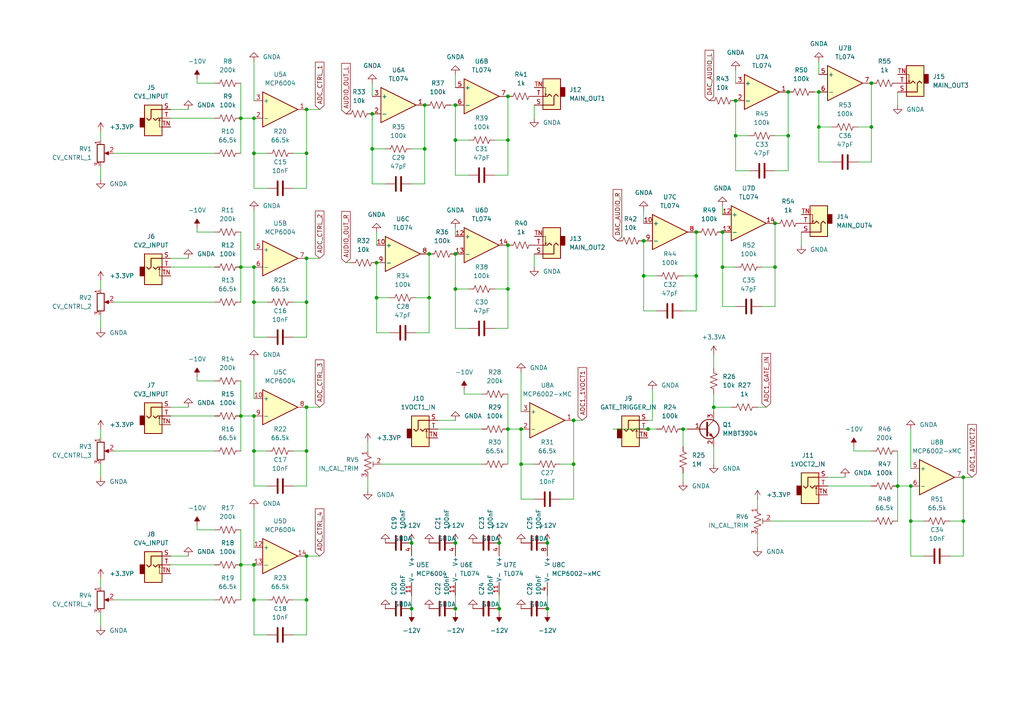
<source format=kicad_sch>
(kicad_sch (version 20211123) (generator eeschema)
  (paper "A4")
  (junction (at 73.66 173.99))
  (junction (at 88.9 87.63))
  (junction (at 198.12 124.46))
  (junction (at 88.9 130.81))
  (junction (at 186.69 69.85))
  (junction (at 88.9 74.93))
  (junction (at 147.32 40.64))
  (junction (at 73.66 34.29))
  (junction (at 186.69 80.01))
  (junction (at 147.32 71.12))
  (junction (at 107.95 43.18))
  (junction (at 260.35 140.97))
  (junction (at 69.85 77.47))
  (junction (at 88.9 118.11))
  (junction (at 264.16 140.97))
  (junction (at 73.66 44.45))
  (junction (at 88.9 161.29))
  (junction (at 88.9 173.99))
  (junction (at 132.08 73.66))
  (junction (at 132.08 176.53))
  (junction (at 237.49 26.67))
  (junction (at 147.32 124.46))
  (junction (at 69.85 163.83))
  (junction (at 279.4 138.43))
  (junction (at 132.08 40.64))
  (junction (at 119.38 157.48))
  (junction (at 158.75 176.53))
  (junction (at 132.08 83.82))
  (junction (at 147.32 27.94))
  (junction (at 209.55 77.47))
  (junction (at 73.66 77.47))
  (junction (at 201.93 67.31))
  (junction (at 237.49 36.83))
  (junction (at 158.75 157.48))
  (junction (at 264.16 151.13))
  (junction (at 132.08 30.48))
  (junction (at 144.78 176.53))
  (junction (at 123.19 30.48))
  (junction (at 147.32 83.82))
  (junction (at 69.85 120.65))
  (junction (at 73.66 87.63))
  (junction (at 73.66 163.83))
  (junction (at 88.9 31.75))
  (junction (at 213.36 29.21))
  (junction (at 124.46 73.66))
  (junction (at 88.9 44.45))
  (junction (at 166.37 134.62))
  (junction (at 252.73 36.83))
  (junction (at 213.36 39.37))
  (junction (at 124.46 86.36))
  (junction (at 209.55 67.31))
  (junction (at 107.95 33.02))
  (junction (at 228.6 26.67))
  (junction (at 224.79 77.47))
  (junction (at 144.78 157.48))
  (junction (at 151.13 134.62))
  (junction (at 224.79 64.77))
  (junction (at 279.4 151.13))
  (junction (at 73.66 130.81))
  (junction (at 123.19 43.18))
  (junction (at 201.93 80.01))
  (junction (at 166.37 121.92))
  (junction (at 109.22 76.2))
  (junction (at 187.96 124.46))
  (junction (at 151.13 124.46))
  (junction (at 228.6 39.37))
  (junction (at 119.38 176.53))
  (junction (at 132.08 157.48))
  (junction (at 109.22 86.36))
  (junction (at 73.66 120.65))
  (junction (at 69.85 34.29))
  (junction (at 252.73 24.13))
  (junction (at 207.01 118.11))
  (wire (pts (xy 147.32 50.8) (xy 147.32 40.64)))
  (wire (pts (xy 85.09 184.15) (xy 88.9 184.15)))
  (wire (pts (xy 77.47 140.97) (xy 73.66 140.97)))
  (wire (pts (xy 77.47 173.99) (xy 73.66 173.99)))
  (wire (pts (xy 130.81 30.48) (xy 132.08 30.48)))
  (wire (pts (xy 49.53 74.93) (xy 54.61 74.93)))
  (wire (pts (xy 77.47 97.79) (xy 73.66 97.79)))
  (wire (pts (xy 267.97 161.29) (xy 264.16 161.29)))
  (wire (pts (xy 147.32 40.64) (xy 147.32 27.94)))
  (wire (pts (xy 267.97 151.13) (xy 264.16 151.13)))
  (wire (pts (xy 219.71 144.78) (xy 219.71 147.32)))
  (wire (pts (xy 143.51 40.64) (xy 147.32 40.64)))
  (wire (pts (xy 186.69 60.96) (xy 186.69 64.77)))
  (wire (pts (xy 154.94 73.66) (xy 154.94 77.47)))
  (wire (pts (xy 237.49 46.99) (xy 237.49 36.83)))
  (wire (pts (xy 252.73 36.83) (xy 252.73 24.13)))
  (wire (pts (xy 240.03 140.97) (xy 252.73 140.97)))
  (wire (pts (xy 85.09 44.45) (xy 88.9 44.45)))
  (wire (pts (xy 199.39 124.46) (xy 198.12 124.46)))
  (wire (pts (xy 241.3 46.99) (xy 237.49 46.99)))
  (wire (pts (xy 236.22 26.67) (xy 237.49 26.67)))
  (wire (pts (xy 147.32 124.46) (xy 147.32 134.62)))
  (wire (pts (xy 88.9 97.79) (xy 88.9 87.63)))
  (wire (pts (xy 166.37 134.62) (xy 166.37 121.92)))
  (wire (pts (xy 132.08 40.64) (xy 135.89 40.64)))
  (wire (pts (xy 228.6 49.53) (xy 228.6 39.37)))
  (wire (pts (xy 88.9 54.61) (xy 88.9 44.45)))
  (wire (pts (xy 127 124.46) (xy 139.7 124.46)))
  (wire (pts (xy 49.53 163.83) (xy 62.23 163.83)))
  (wire (pts (xy 69.85 67.31) (xy 69.85 77.47)))
  (wire (pts (xy 88.9 74.93) (xy 92.71 74.93)))
  (wire (pts (xy 132.08 176.53) (xy 132.08 177.8)))
  (wire (pts (xy 29.21 38.1) (xy 29.21 40.64)))
  (wire (pts (xy 135.89 50.8) (xy 132.08 50.8)))
  (wire (pts (xy 252.73 46.99) (xy 252.73 36.83)))
  (wire (pts (xy 73.66 130.81) (xy 73.66 120.65)))
  (wire (pts (xy 49.53 77.47) (xy 62.23 77.47)))
  (wire (pts (xy 29.21 134.62) (xy 29.21 138.43)))
  (wire (pts (xy 120.65 96.52) (xy 124.46 96.52)))
  (wire (pts (xy 151.13 134.62) (xy 151.13 124.46)))
  (wire (pts (xy 49.53 118.11) (xy 54.61 118.11)))
  (wire (pts (xy 279.4 151.13) (xy 279.4 138.43)))
  (wire (pts (xy 69.85 34.29) (xy 69.85 44.45)))
  (wire (pts (xy 88.9 31.75) (xy 92.71 31.75)))
  (wire (pts (xy 73.66 140.97) (xy 73.66 130.81)))
  (wire (pts (xy 186.69 80.01) (xy 186.69 69.85)))
  (wire (pts (xy 109.22 96.52) (xy 109.22 86.36)))
  (wire (pts (xy 29.21 48.26) (xy 29.21 52.07)))
  (wire (pts (xy 69.85 120.65) (xy 69.85 130.81)))
  (wire (pts (xy 207.01 114.3) (xy 207.01 118.11)))
  (wire (pts (xy 88.9 184.15) (xy 88.9 173.99)))
  (wire (pts (xy 247.65 130.81) (xy 247.65 129.54)))
  (wire (pts (xy 119.38 176.53) (xy 119.38 177.8)))
  (wire (pts (xy 213.36 39.37) (xy 213.36 29.21)))
  (wire (pts (xy 220.98 77.47) (xy 224.79 77.47)))
  (wire (pts (xy 158.75 176.53) (xy 158.75 177.8)))
  (wire (pts (xy 279.4 138.43) (xy 281.94 138.43)))
  (wire (pts (xy 237.49 26.67) (xy 237.49 36.83)))
  (wire (pts (xy 252.73 130.81) (xy 247.65 130.81)))
  (wire (pts (xy 237.49 36.83) (xy 241.3 36.83)))
  (wire (pts (xy 88.9 130.81) (xy 88.9 118.11)))
  (wire (pts (xy 217.17 39.37) (xy 213.36 39.37)))
  (wire (pts (xy 198.12 137.16) (xy 198.12 139.7)))
  (wire (pts (xy 147.32 83.82) (xy 147.32 71.12)))
  (wire (pts (xy 186.69 90.17) (xy 186.69 80.01)))
  (wire (pts (xy 224.79 77.47) (xy 224.79 64.77)))
  (wire (pts (xy 132.08 95.25) (xy 132.08 83.82)))
  (wire (pts (xy 33.02 44.45) (xy 62.23 44.45)))
  (wire (pts (xy 57.15 67.31) (xy 57.15 66.04)))
  (wire (pts (xy 77.47 130.81) (xy 73.66 130.81)))
  (wire (pts (xy 73.66 147.32) (xy 73.66 158.75)))
  (wire (pts (xy 49.53 120.65) (xy 62.23 120.65)))
  (wire (pts (xy 213.36 20.32) (xy 213.36 24.13)))
  (wire (pts (xy 279.4 161.29) (xy 279.4 151.13)))
  (wire (pts (xy 123.19 43.18) (xy 123.19 30.48)))
  (wire (pts (xy 85.09 87.63) (xy 88.9 87.63)))
  (wire (pts (xy 73.66 54.61) (xy 73.66 44.45)))
  (wire (pts (xy 49.53 161.29) (xy 54.61 161.29)))
  (wire (pts (xy 77.47 44.45) (xy 73.66 44.45)))
  (wire (pts (xy 190.5 80.01) (xy 186.69 80.01)))
  (wire (pts (xy 29.21 167.64) (xy 29.21 170.18)))
  (wire (pts (xy 119.38 43.18) (xy 123.19 43.18)))
  (wire (pts (xy 260.35 140.97) (xy 264.16 140.97)))
  (wire (pts (xy 88.9 173.99) (xy 88.9 161.29)))
  (wire (pts (xy 198.12 80.01) (xy 201.93 80.01)))
  (wire (pts (xy 73.66 87.63) (xy 73.66 77.47)))
  (wire (pts (xy 135.89 95.25) (xy 132.08 95.25)))
  (wire (pts (xy 134.62 114.3) (xy 134.62 113.03)))
  (wire (pts (xy 158.75 172.72) (xy 158.75 176.53)))
  (wire (pts (xy 264.16 124.46) (xy 264.16 135.89)))
  (wire (pts (xy 209.55 77.47) (xy 209.55 67.31)))
  (wire (pts (xy 248.92 36.83) (xy 252.73 36.83)))
  (wire (pts (xy 151.13 107.95) (xy 151.13 119.38)))
  (wire (pts (xy 275.59 151.13) (xy 279.4 151.13)))
  (wire (pts (xy 62.23 110.49) (xy 57.15 110.49)))
  (wire (pts (xy 132.08 66.04) (xy 132.08 68.58)))
  (wire (pts (xy 123.19 53.34) (xy 123.19 43.18)))
  (wire (pts (xy 29.21 81.28) (xy 29.21 83.82)))
  (wire (pts (xy 190.5 90.17) (xy 186.69 90.17)))
  (wire (pts (xy 73.66 97.79) (xy 73.66 87.63)))
  (wire (pts (xy 88.9 87.63) (xy 88.9 74.93)))
  (wire (pts (xy 207.01 129.54) (xy 207.01 134.62)))
  (wire (pts (xy 143.51 83.82) (xy 147.32 83.82)))
  (wire (pts (xy 49.53 34.29) (xy 62.23 34.29)))
  (wire (pts (xy 110.49 134.62) (xy 139.7 134.62)))
  (wire (pts (xy 162.56 144.78) (xy 166.37 144.78)))
  (wire (pts (xy 57.15 153.67) (xy 57.15 152.4)))
  (wire (pts (xy 237.49 17.78) (xy 237.49 21.59)))
  (wire (pts (xy 147.32 95.25) (xy 147.32 83.82)))
  (wire (pts (xy 119.38 172.72) (xy 119.38 176.53)))
  (wire (pts (xy 132.08 172.72) (xy 132.08 176.53)))
  (wire (pts (xy 62.23 153.67) (xy 57.15 153.67)))
  (wire (pts (xy 187.96 121.92) (xy 189.23 121.92)))
  (wire (pts (xy 166.37 121.92) (xy 168.91 121.92)))
  (wire (pts (xy 29.21 124.46) (xy 29.21 127)))
  (wire (pts (xy 143.51 50.8) (xy 147.32 50.8)))
  (wire (pts (xy 260.35 130.81) (xy 260.35 140.97)))
  (wire (pts (xy 224.79 49.53) (xy 228.6 49.53)))
  (wire (pts (xy 88.9 140.97) (xy 88.9 130.81)))
  (wire (pts (xy 69.85 77.47) (xy 73.66 77.47)))
  (wire (pts (xy 264.16 161.29) (xy 264.16 151.13)))
  (wire (pts (xy 69.85 120.65) (xy 73.66 120.65)))
  (wire (pts (xy 144.78 176.53) (xy 144.78 177.8)))
  (wire (pts (xy 166.37 144.78) (xy 166.37 134.62)))
  (wire (pts (xy 49.53 31.75) (xy 54.61 31.75)))
  (wire (pts (xy 111.76 43.18) (xy 107.95 43.18)))
  (wire (pts (xy 260.35 140.97) (xy 260.35 151.13)))
  (wire (pts (xy 107.95 53.34) (xy 107.95 43.18)))
  (wire (pts (xy 207.01 118.11) (xy 207.01 119.38)))
  (wire (pts (xy 223.52 151.13) (xy 252.73 151.13)))
  (wire (pts (xy 187.96 124.46) (xy 190.5 124.46)))
  (wire (pts (xy 77.47 54.61) (xy 73.66 54.61)))
  (wire (pts (xy 198.12 90.17) (xy 201.93 90.17)))
  (wire (pts (xy 132.08 50.8) (xy 132.08 40.64)))
  (wire (pts (xy 275.59 161.29) (xy 279.4 161.29)))
  (wire (pts (xy 29.21 177.8) (xy 29.21 181.61)))
  (wire (pts (xy 209.55 88.9) (xy 209.55 77.47)))
  (wire (pts (xy 69.85 163.83) (xy 69.85 173.99)))
  (wire (pts (xy 88.9 118.11) (xy 92.71 118.11)))
  (wire (pts (xy 124.46 96.52) (xy 124.46 86.36)))
  (wire (pts (xy 85.09 130.81) (xy 88.9 130.81)))
  (wire (pts (xy 232.41 67.31) (xy 232.41 71.12)))
  (wire (pts (xy 201.93 90.17) (xy 201.93 80.01)))
  (wire (pts (xy 62.23 24.13) (xy 57.15 24.13)))
  (wire (pts (xy 217.17 49.53) (xy 213.36 49.53)))
  (wire (pts (xy 213.36 77.47) (xy 209.55 77.47)))
  (wire (pts (xy 111.76 53.34) (xy 107.95 53.34)))
  (wire (pts (xy 85.09 97.79) (xy 88.9 97.79)))
  (wire (pts (xy 228.6 39.37) (xy 228.6 26.67)))
  (wire (pts (xy 132.08 21.59) (xy 132.08 25.4)))
  (wire (pts (xy 198.12 124.46) (xy 198.12 129.54)))
  (wire (pts (xy 85.09 54.61) (xy 88.9 54.61)))
  (wire (pts (xy 132.08 83.82) (xy 132.08 73.66)))
  (wire (pts (xy 162.56 134.62) (xy 166.37 134.62)))
  (wire (pts (xy 224.79 39.37) (xy 228.6 39.37)))
  (wire (pts (xy 147.32 114.3) (xy 147.32 124.46)))
  (wire (pts (xy 260.35 26.67) (xy 260.35 30.48)))
  (wire (pts (xy 106.68 128.27) (xy 106.68 130.81)))
  (wire (pts (xy 33.02 173.99) (xy 62.23 173.99)))
  (wire (pts (xy 69.85 77.47) (xy 69.85 87.63)))
  (wire (pts (xy 220.98 88.9) (xy 224.79 88.9)))
  (wire (pts (xy 120.65 86.36) (xy 124.46 86.36)))
  (wire (pts (xy 143.51 95.25) (xy 147.32 95.25)))
  (wire (pts (xy 219.71 154.94) (xy 219.71 158.75)))
  (wire (pts (xy 151.13 144.78) (xy 151.13 134.62)))
  (wire (pts (xy 69.85 34.29) (xy 73.66 34.29)))
  (wire (pts (xy 154.94 144.78) (xy 151.13 144.78)))
  (wire (pts (xy 248.92 46.99) (xy 252.73 46.99)))
  (wire (pts (xy 209.55 59.69) (xy 209.55 62.23)))
  (wire (pts (xy 135.89 83.82) (xy 132.08 83.82)))
  (wire (pts (xy 100.33 76.2) (xy 101.6 76.2)))
  (wire (pts (xy 147.32 124.46) (xy 151.13 124.46)))
  (wire (pts (xy 139.7 114.3) (xy 134.62 114.3)))
  (wire (pts (xy 224.79 88.9) (xy 224.79 77.47)))
  (wire (pts (xy 132.08 30.48) (xy 132.08 40.64)))
  (wire (pts (xy 29.21 91.44) (xy 29.21 95.25)))
  (wire (pts (xy 62.23 67.31) (xy 57.15 67.31)))
  (wire (pts (xy 73.66 60.96) (xy 73.66 72.39)))
  (wire (pts (xy 106.68 138.43) (xy 106.68 142.24)))
  (wire (pts (xy 207.01 118.11) (xy 212.09 118.11)))
  (wire (pts (xy 57.15 110.49) (xy 57.15 109.22)))
  (wire (pts (xy 33.02 130.81) (xy 62.23 130.81)))
  (wire (pts (xy 107.95 43.18) (xy 107.95 33.02)))
  (wire (pts (xy 109.22 86.36) (xy 109.22 76.2)))
  (wire (pts (xy 127 121.92) (xy 132.08 121.92)))
  (wire (pts (xy 77.47 87.63) (xy 73.66 87.63)))
  (wire (pts (xy 77.47 184.15) (xy 73.66 184.15)))
  (wire (pts (xy 69.85 153.67) (xy 69.85 163.83)))
  (wire (pts (xy 73.66 173.99) (xy 73.66 163.83)))
  (wire (pts (xy 113.03 96.52) (xy 109.22 96.52)))
  (wire (pts (xy 222.25 118.11) (xy 219.71 118.11)))
  (wire (pts (xy 69.85 110.49) (xy 69.85 120.65)))
  (wire (pts (xy 144.78 172.72) (xy 144.78 176.53)))
  (wire (pts (xy 73.66 17.78) (xy 73.66 29.21)))
  (wire (pts (xy 264.16 151.13) (xy 264.16 140.97)))
  (wire (pts (xy 73.66 184.15) (xy 73.66 173.99)))
  (wire (pts (xy 88.9 161.29) (xy 92.71 161.29)))
  (wire (pts (xy 154.94 30.48) (xy 154.94 34.29)))
  (wire (pts (xy 213.36 49.53) (xy 213.36 39.37)))
  (wire (pts (xy 33.02 87.63) (xy 62.23 87.63)))
  (wire (pts (xy 69.85 24.13) (xy 69.85 34.29)))
  (wire (pts (xy 124.46 86.36) (xy 124.46 73.66)))
  (wire (pts (xy 154.94 134.62) (xy 151.13 134.62)))
  (wire (pts (xy 85.09 140.97) (xy 88.9 140.97)))
  (wire (pts (xy 109.22 67.31) (xy 109.22 71.12)))
  (wire (pts (xy 85.09 173.99) (xy 88.9 173.99)))
  (wire (pts (xy 189.23 121.92) (xy 189.23 113.03)))
  (wire (pts (xy 113.03 86.36) (xy 109.22 86.36)))
  (wire (pts (xy 213.36 88.9) (xy 209.55 88.9)))
  (wire (pts (xy 207.01 102.87) (xy 207.01 106.68)))
  (wire (pts (xy 201.93 80.01) (xy 201.93 67.31)))
  (wire (pts (xy 73.66 44.45) (xy 73.66 34.29)))
  (wire (pts (xy 88.9 44.45) (xy 88.9 31.75)))
  (wire (pts (xy 57.15 24.13) (xy 57.15 22.86)))
  (wire (pts (xy 177.8 124.46) (xy 187.96 124.46)))
  (wire (pts (xy 240.03 138.43) (xy 245.11 138.43)))
  (wire (pts (xy 107.95 24.13) (xy 107.95 27.94)))
  (wire (pts (xy 73.66 104.14) (xy 73.66 115.57)))
  (wire (pts (xy 119.38 53.34) (xy 123.19 53.34)))
  (wire (pts (xy 69.85 163.83) (xy 73.66 163.83)))
  (global_label "ADC_CTRL_4" (shape input) (at 92.71 161.29 90) (property "Intersheet References" "${INTERSHEET_REFS}" (at 92.6306 147.5679 90) (effects (justify left))))
  (global_label "DAC_AUDIO_L" (shape input) (at 205.74 29.21 90) (property "Intersheet References" "${INTERSHEET_REFS}" (at 205.6606 14.5807 90) (effects (justify left))))
  (global_label "ADC1_1VOCT1" (shape input) (at 168.91 121.92 90) (property "Intersheet References" "${INTERSHEET_REFS}" (at 168.8306 106.6255 90) (effects (justify left))))
  (global_label "ADC_CTRL_3" (shape input) (at 92.71 118.11 90) (property "Intersheet References" "${INTERSHEET_REFS}" (at 92.6306 104.3879 90) (effects (justify left))))
  (global_label "AUDIO_OUT_L" (shape input) (at 100.33 33.02 90) (property "Intersheet References" "${INTERSHEET_REFS}" (at 100.4094 18.3907 90) (effects (justify left))))
  (global_label "ADC1_1VOCT2" (shape input) (at 281.94 138.43 90) (property "Intersheet References" "${INTERSHEET_REFS}" (at 281.8606 123.1355 90) (effects (justify left))))
  (global_label "ADC1_GATE_IN" (shape input) (at 222.25 118.11 90) (property "Intersheet References" "${INTERSHEET_REFS}" (at 222.1706 102.5131 90) (effects (justify left))))
  (global_label "ADC_CTRL_2" (shape input) (at 92.71 74.93 90) (property "Intersheet References" "${INTERSHEET_REFS}" (at 92.6306 61.2079 90) (effects (justify left))))
  (global_label "DAC_AUDIO_R" (shape input) (at 179.07 69.85 90) (property "Intersheet References" "${INTERSHEET_REFS}" (at 178.9906 54.9788 90) (effects (justify left))))
  (global_label "AUDIO_OUT_R" (shape input) (at 100.33 76.2 90) (property "Intersheet References" "${INTERSHEET_REFS}" (at 100.4094 61.3288 90) (effects (justify left))))
  (global_label "ADC_CTRL_1" (shape input) (at 92.71 31.75 90) (property "Intersheet References" "${INTERSHEET_REFS}" (at 92.6306 18.0279 90) (effects (justify left))))
  (symbol (lib_id "power:+12V") (at 144.78 157.48 0) (unit 1)
    (property "Reference" "#PWR0152" (effects hide))
    (property "Value" "+12V" (at 144.78 152.4 0))
  )
  (symbol (lib_id "power:+3.3VP") (at 219.71 144.78 0) (unit 1)
    (property "Reference" "#PWR0142" (effects hide))
    (property "Value" "+3.3VP" (at 222.25 143.5099 0) (effects (justify left)))
  )
  (symbol (lib_id "power:GNDA") (at 54.61 74.93 180) (unit 1)
    (property "Reference" "#PWR0184" (effects hide))
    (property "Value" "GNDA" (at 57.15 73.6599 0) (effects (justify right)))
  )
  (symbol (lib_id "power:+3.3VA") (at 207.01 102.87 0) (unit 1)
    (property "Reference" "#PWR0166" (effects hide))
    (property "Value" "+3.3VA" (at 207.01 97.79 0))
  )
  (symbol (lib_id "power:GNDA") (at 54.61 161.29 180) (unit 1)
    (property "Reference" "#PWR0168" (effects hide))
    (property "Value" "GNDA" (at 57.15 160.0199 0) (effects (justify right)))
  )
  (symbol (lib_id "power:GNDA") (at 106.68 142.24 0) (unit 1)
    (property "Reference" "#PWR0176" (effects hide))
    (property "Value" "GNDA" (at 109.22 143.5099 0) (effects (justify left)))
  )
  (symbol (lib_id "Amplifier_Operational:TL074") (at 139.7 71.12 0) (unit 4)
    (property "Reference" "U6" (at 139.7 60.96 0))
    (property "Value" "TL074" (at 139.7 63.5 0))
    (property "Footprint" "Package_DIP:SMDIP-14_W9.53mm" (effects hide))
    (property "Datasheet" "http://www.ti.com/lit/ds/symlink/tl071.pdf" (effects hide))
  )
  (symbol (lib_id "Device:C") (at 115.57 176.53 270) (unit 1)
    (property "Reference" "C20" (at 114.2999 172.72 0) (effects (justify right)))
    (property "Value" "100nF" (at 116.8399 172.72 0) (effects (justify right)))
    (property "Footprint" "Capacitor_SMD:C_0805_2012Metric" (effects hide))
  )
  (symbol (lib_id "Device:R_US") (at 127 30.48 270) (unit 1)
    (property "Reference" "R37" (at 127 24.13 90))
    (property "Value" "100k" (at 127 26.67 90))
    (property "Footprint" "Resistor_SMD:R_0805_2012Metric" (effects hide))
  )
  (symbol (lib_id "Device:R_US") (at 143.51 114.3 270) (unit 1)
    (property "Reference" "R28" (at 143.51 107.95 90))
    (property "Value" "200k" (at 143.51 110.49 90))
    (property "Footprint" "Resistor_SMD:R_0805_2012Metric" (effects hide))
  )
  (symbol (lib_id "power:-12V") (at 144.78 177.8 180) (unit 1)
    (property "Reference" "#PWR0154" (effects hide))
    (property "Value" "-12V" (at 144.78 182.88 0))
  )
  (symbol (lib_id "power:-10V") (at 134.62 113.03 0) (unit 1)
    (property "Reference" "#PWR0180" (effects hide))
    (property "Value" "-10V" (at 134.62 107.95 0))
  )
  (symbol (lib_id "Device:C") (at 140.97 157.48 270) (unit 1)
    (property "Reference" "C23" (at 139.6999 153.67 0) (effects (justify right)))
    (property "Value" "100nF" (at 142.2399 153.67 0) (effects (justify right)))
    (property "Footprint" "Capacitor_SMD:C_0805_2012Metric" (effects hide))
  )
  (symbol (lib_id "Device:R_US") (at 139.7 40.64 270) (unit 1)
    (property "Reference" "R39" (at 139.7 34.29 90))
    (property "Value" "100k" (at 139.7 36.83 90))
    (property "Footprint" "Resistor_SMD:R_0805_2012Metric" (effects hide))
  )
  (symbol (lib_id "power:GNDA") (at 73.66 147.32 180) (unit 1)
    (property "Reference" "#PWR0156" (effects hide))
    (property "Value" "GNDA" (at 76.2 146.0499 0) (effects (justify right)))
  )
  (symbol (lib_id "Device:R_Potentiometer") (at 29.21 44.45 0) (unit 1)
    (property "Reference" "RV1" (at 26.67 43.1799 0) (effects (justify right)))
    (property "Value" "CV_CNTRL_1" (at 26.67 45.7199 0) (effects (justify right)))
    (property "Footprint" "Potentiometer_THT:Potentiometer_Alpha_RD901F-40-00D_Single_Vertical" (effects hide))
  )
  (symbol (lib_id "power:GNDA") (at 29.21 52.07 0) (unit 1)
    (property "Reference" "#PWR0158" (effects hide))
    (property "Value" "GNDA" (at 31.75 53.3399 0) (effects (justify left)))
  )
  (symbol (lib_id "Amplifier_Operational:TL074") (at 147.32 165.1 0) (unit 5)
    (property "Reference" "U7" (at 146.05 163.8299 0) (effects (justify left)))
    (property "Value" "TL074" (at 146.05 166.3699 0) (effects (justify left)))
    (property "Footprint" "Package_DIP:SMDIP-14_W9.53mm" (effects hide))
    (property "Datasheet" "http://www.ti.com/lit/ds/symlink/tl071.pdf" (effects hide))
  )
  (symbol (lib_id "Amplifier_Operational:MCP6002-xMC") (at 271.78 138.43 0) (unit 2)
    (property "Reference" "U8" (at 271.78 128.27 0))
    (property "Value" "MCP6002-xMC" (at 271.78 130.81 0))
    (property "Footprint" "Package_DFN_QFN:DFN-8-1EP_3x2mm_P0.5mm_EP1.75x1.45mm" (effects hide))
    (property "Datasheet" "http://ww1.microchip.com/downloads/en/DeviceDoc/21733j.pdf" (effects hide))
  )
  (symbol (lib_id "Device:R_Potentiometer_Trim_US") (at 219.71 151.13 0) (unit 1)
    (property "Reference" "RV6" (at 217.17 149.8599 0) (effects (justify right)))
    (property "Value" "IN_CAL_TRIM" (at 217.17 152.3999 0) (effects (justify right)))
    (property "Footprint" "Potentiometer_THT:Potentiometer_Bourns_3266W_Vertical" (effects hide))
  )
  (symbol (lib_id "power:GNDA") (at 137.16 157.48 180) (unit 1)
    (property "Reference" "#PWR0189" (effects hide))
    (property "Value" "GNDA" (at 139.7 156.2099 0) (effects (justify right)))
  )
  (symbol (lib_id "Connector:AudioJack2_SwitchT") (at 160.02 27.94 180) (unit 1)
    (property "Reference" "J12" (at 165.1 26.0349 0) (effects (justify right)))
    (property "Value" "MAIN_OUT1" (at 165.1 28.5749 0) (effects (justify right)))
    (property "Footprint" "Connector_Audio:Jack_3.5mm_QingPu_WQP-PJ398SM_Vertical_CircularHoles" (effects hide))
  )
  (symbol (lib_id "Device:R_US") (at 66.04 87.63 270) (unit 1)
    (property "Reference" "R13" (at 66.04 81.28 90))
    (property "Value" "66.5k" (at 66.04 83.82 90))
    (property "Footprint" "Resistor_SMD:R_0805_2012Metric" (effects hide))
  )
  (symbol (lib_id "power:GNDA") (at 54.61 31.75 180) (unit 1)
    (property "Reference" "#PWR0161" (effects hide))
    (property "Value" "GNDA" (at 57.15 30.4799 0) (effects (justify right)))
  )
  (symbol (lib_id "Device:R_US") (at 66.04 77.47 270) (unit 1)
    (property "Reference" "R12" (at 66.04 71.12 90))
    (property "Value" "100k" (at 66.04 73.66 90))
    (property "Footprint" "Resistor_SMD:R_0805_2012Metric" (effects hide))
  )
  (symbol (lib_id "Device:C") (at 158.75 144.78 90) (unit 1)
    (property "Reference" "C27" (at 158.75 137.16 90))
    (property "Value" "10nF" (at 158.75 139.7 90))
    (property "Footprint" "Capacitor_SMD:C_0805_2012Metric" (effects hide))
  )
  (symbol (lib_id "Connector:AudioJack2_SwitchT") (at 237.49 64.77 180) (unit 1)
    (property "Reference" "J14" (at 242.57 62.8649 0) (effects (justify right)))
    (property "Value" "MAIN_OUT4" (at 242.57 65.4049 0) (effects (justify right)))
    (property "Footprint" "Connector_Audio:Jack_3.5mm_QingPu_WQP-PJ398SM_Vertical_CircularHoles" (effects hide))
  )
  (symbol (lib_id "Device:R_US") (at 81.28 130.81 270) (unit 1)
    (property "Reference" "R22" (at 81.28 124.46 90))
    (property "Value" "66.5k" (at 81.28 127 90))
    (property "Footprint" "Resistor_SMD:R_0805_2012Metric" (effects hide))
  )
  (symbol (lib_id "Device:R_Potentiometer") (at 29.21 87.63 0) (unit 1)
    (property "Reference" "RV2" (at 26.67 86.3599 0) (effects (justify right)))
    (property "Value" "CV_CNTRL_2" (at 26.67 88.8999 0) (effects (justify right)))
    (property "Footprint" "Potentiometer_THT:Potentiometer_Alpha_RD901F-40-00D_Single_Vertical" (effects hide))
  )
  (symbol (lib_id "Device:R_Potentiometer") (at 29.21 130.81 0) (unit 1)
    (property "Reference" "RV3" (at 26.67 129.5399 0) (effects (justify right)))
    (property "Value" "CV_CNTRL_3" (at 26.67 132.0799 0) (effects (justify right)))
    (property "Footprint" "Potentiometer_THT:Potentiometer_Alpha_RD901F-40-00D_Single_Vertical" (effects hide))
  )
  (symbol (lib_id "Device:R_US") (at 198.12 133.35 180) (unit 1)
    (property "Reference" "R25" (at 200.66 132.0799 0) (effects (justify right)))
    (property "Value" "1M" (at 200.66 134.6199 0) (effects (justify right)))
    (property "Footprint" "Resistor_SMD:R_0805_2012Metric" (effects hide))
  )
  (symbol (lib_id "power:GNDA") (at 29.21 138.43 0) (unit 1)
    (property "Reference" "#PWR0169" (effects hide))
    (property "Value" "GNDA" (at 31.75 139.6999 0) (effects (justify left)))
  )
  (symbol (lib_id "Device:R_US") (at 256.54 151.13 270) (unit 1)
    (property "Reference" "R48" (at 256.54 144.78 90))
    (property "Value" "66.5k" (at 256.54 147.32 90))
    (property "Footprint" "Resistor_SMD:R_0805_2012Metric" (effects hide))
  )
  (symbol (lib_id "power:GNDA") (at 151.13 157.48 180) (unit 1)
    (property "Reference" "#PWR0190" (effects hide))
    (property "Value" "GNDA" (at 153.67 156.2099 0) (effects (justify right)))
  )
  (symbol (lib_id "Device:R_US") (at 66.04 173.99 270) (unit 1)
    (property "Reference" "R19" (at 66.04 167.64 90))
    (property "Value" "66.5k" (at 66.04 170.18 90))
    (property "Footprint" "Resistor_SMD:R_0805_2012Metric" (effects hide))
  )
  (symbol (lib_id "power:+3.3VP") (at 29.21 81.28 0) (unit 1)
    (property "Reference" "#PWR0183" (effects hide))
    (property "Value" "+3.3VP" (at 31.75 80.0099 0) (effects (justify left)))
  )
  (symbol (lib_id "power:GNDA") (at 73.66 60.96 180) (unit 1)
    (property "Reference" "#PWR0175" (effects hide))
    (property "Value" "GNDA" (at 76.2 59.6899 0) (effects (justify right)))
  )
  (symbol (lib_id "power:GNDA") (at 111.76 176.53 180) (unit 1)
    (property "Reference" "#PWR0192" (effects hide))
    (property "Value" "GNDA" (at 114.3 175.2599 0) (effects (justify right)))
  )
  (symbol (lib_id "Device:R_US") (at 105.41 76.2 270) (unit 1)
    (property "Reference" "R32" (at 105.41 69.85 90))
    (property "Value" "10k" (at 105.41 72.39 90))
    (property "Footprint" "Resistor_SMD:R_0805_2012Metric" (effects hide))
  )
  (symbol (lib_id "power:-12V") (at 132.08 177.8 180) (unit 1)
    (property "Reference" "#PWR0148" (effects hide))
    (property "Value" "-12V" (at 132.08 182.88 0))
  )
  (symbol (lib_id "Amplifier_Operational:MCP6004") (at 81.28 161.29 0) (unit 4)
    (property "Reference" "U5" (at 81.28 151.13 0))
    (property "Value" "MCP6004" (at 81.28 153.67 0))
    (property "Footprint" "Package_SO:TSSOP-14_4.4x5mm_P0.65mm" (effects hide))
    (property "Datasheet" "http://ww1.microchip.com/downloads/en/DeviceDoc/21733j.pdf" (effects hide))
  )
  (symbol (lib_id "power:-10V") (at 57.15 66.04 0) (unit 1)
    (property "Reference" "#PWR0160" (effects hide))
    (property "Value" "-10V" (at 57.15 60.96 0))
  )
  (symbol (lib_id "Device:C") (at 115.57 53.34 90) (unit 1)
    (property "Reference" "C29" (at 115.57 45.72 90))
    (property "Value" "47pF" (at 115.57 48.26 90))
    (property "Footprint" "Capacitor_SMD:C_0805_2012Metric" (effects hide))
  )
  (symbol (lib_id "Device:C") (at 271.78 161.29 90) (unit 1)
    (property "Reference" "C34" (at 271.78 153.67 90))
    (property "Value" "10nF" (at 271.78 156.21 90))
    (property "Footprint" "Capacitor_SMD:C_0805_2012Metric" (effects hide))
  )
  (symbol (lib_id "Connector:AudioJack2_SwitchT") (at 234.95 140.97 0) (unit 1)
    (property "Reference" "J11" (at 234.315 132.08 0))
    (property "Value" "1VOCT2_IN" (at 234.315 134.62 0))
    (property "Footprint" "Connector_Audio:Jack_3.5mm_QingPu_WQP-PJ398SM_Vertical_CircularHoles" (effects hide))
  )
  (symbol (lib_id "Device:C") (at 128.27 157.48 270) (unit 1)
    (property "Reference" "C21" (at 126.9999 153.67 0) (effects (justify right)))
    (property "Value" "100nF" (at 129.5399 153.67 0) (effects (justify right)))
    (property "Footprint" "Capacitor_SMD:C_0805_2012Metric" (effects hide))
  )
  (symbol (lib_id "Device:R_US") (at 66.04 44.45 270) (unit 1)
    (property "Reference" "R10" (at 66.04 38.1 90))
    (property "Value" "66.5k" (at 66.04 40.64 90))
    (property "Footprint" "Resistor_SMD:R_0805_2012Metric" (effects hide))
  )
  (symbol (lib_id "Amplifier_Operational:TL074") (at 134.62 165.1 0) (unit 5)
    (property "Reference" "U6" (at 133.35 163.8299 0) (effects (justify left)))
    (property "Value" "TL074" (at 133.35 166.3699 0) (effects (justify left)))
    (property "Footprint" "Package_DIP:SMDIP-14_W9.53mm" (effects hide))
    (property "Datasheet" "http://www.ti.com/lit/ds/symlink/tl071.pdf" (effects hide))
  )
  (symbol (lib_id "Connector:AudioJack2_SwitchT") (at 265.43 24.13 180) (unit 1)
    (property "Reference" "J15" (at 270.51 22.2249 0) (effects (justify right)))
    (property "Value" "MAIN_OUT3" (at 270.51 24.7649 0) (effects (justify right)))
    (property "Footprint" "Connector_Audio:Jack_3.5mm_QingPu_WQP-PJ398SM_Vertical_CircularHoles" (effects hide))
  )
  (symbol (lib_id "Device:R_US") (at 217.17 77.47 270) (unit 1)
    (property "Reference" "R52" (at 217.17 71.12 90))
    (property "Value" "100k" (at 217.17 73.66 90))
    (property "Footprint" "Resistor_SMD:R_0805_2012Metric" (effects hide))
  )
  (symbol (lib_id "power:GNDA") (at 151.13 176.53 180) (unit 1)
    (property "Reference" "#PWR0195" (effects hide))
    (property "Value" "GNDA" (at 153.67 175.2599 0) (effects (justify right)))
  )
  (symbol (lib_id "Device:R_US") (at 116.84 86.36 270) (unit 1)
    (property "Reference" "R34" (at 116.84 80.01 90))
    (property "Value" "100k" (at 116.84 82.55 90))
    (property "Footprint" "Resistor_SMD:R_0805_2012Metric" (effects hide))
  )
  (symbol (lib_id "power:GNDA") (at 124.46 157.48 180) (unit 1)
    (property "Reference" "#PWR0194" (effects hide))
    (property "Value" "GNDA" (at 127 156.2099 0) (effects (justify right)))
  )
  (symbol (lib_id "power:+3.3VP") (at 29.21 167.64 0) (unit 1)
    (property "Reference" "#PWR0172" (effects hide))
    (property "Value" "+3.3VP" (at 31.75 166.3699 0) (effects (justify left)))
  )
  (symbol (lib_id "Device:R_US") (at 232.41 26.67 270) (unit 1)
    (property "Reference" "R50" (at 232.41 20.32 90))
    (property "Value" "100k" (at 232.41 22.86 90))
    (property "Footprint" "Resistor_SMD:R_0805_2012Metric" (effects hide))
  )
  (symbol (lib_id "power:GNDA") (at 111.76 157.48 180) (unit 1)
    (property "Reference" "#PWR0196" (effects hide))
    (property "Value" "GNDA" (at 114.3 156.2099 0) (effects (justify right)))
  )
  (symbol (lib_id "power:GNDA") (at 73.66 104.14 180) (unit 1)
    (property "Reference" "#PWR0174" (effects hide))
    (property "Value" "GNDA" (at 76.2 102.8699 0) (effects (justify right)))
  )
  (symbol (lib_id "Device:C") (at 139.7 95.25 90) (unit 1)
    (property "Reference" "C30" (at 139.7 87.63 90))
    (property "Value" "47pF" (at 139.7 90.17 90))
    (property "Footprint" "Capacitor_SMD:C_0805_2012Metric" (effects hide))
  )
  (symbol (lib_id "Device:R_US") (at 151.13 71.12 270) (unit 1)
    (property "Reference" "R40" (at 151.13 64.77 90))
    (property "Value" "1k" (at 151.13 67.31 90))
    (property "Footprint" "Resistor_SMD:R_0805_2012Metric" (effects hide))
  )
  (symbol (lib_id "power:+3.3VP") (at 29.21 38.1 0) (unit 1)
    (property "Reference" "#PWR0157" (effects hide))
    (property "Value" "+3.3VP" (at 31.75 36.8299 0) (effects (justify left)))
  )
  (symbol (lib_id "Device:R_Potentiometer") (at 29.21 173.99 0) (unit 1)
    (property "Reference" "RV4" (at 26.67 172.7199 0) (effects (justify right)))
    (property "Value" "CV_CNTRL_4" (at 26.67 175.2599 0) (effects (justify right)))
    (property "Footprint" "Potentiometer_THT:Potentiometer_Alpha_RD901F-40-00D_Single_Vertical" (effects hide))
  )
  (symbol (lib_id "Amplifier_Operational:TL074") (at 217.17 64.77 0) (unit 4)
    (property "Reference" "U7" (at 217.17 54.61 0))
    (property "Value" "TL074" (at 217.17 57.15 0))
    (property "Footprint" "Package_DIP:SMDIP-14_W9.53mm" (effects hide))
    (property "Datasheet" "http://www.ti.com/lit/ds/symlink/tl071.pdf" (effects hide))
  )
  (symbol (lib_id "Device:R_US") (at 215.9 118.11 270) (unit 1)
    (property "Reference" "R27" (at 215.9 111.76 90))
    (property "Value" "1k" (at 215.9 114.3 90))
    (property "Footprint" "Resistor_SMD:R_0805_2012Metric" (effects hide))
  )
  (symbol (lib_id "Device:C") (at 81.28 54.61 90) (unit 1)
    (property "Reference" "C15" (at 81.28 46.99 90))
    (property "Value" "10nF" (at 81.28 49.53 90))
    (property "Footprint" "Capacitor_SMD:C_0805_2012Metric" (effects hide))
  )
  (symbol (lib_id "Amplifier_Operational:TL074") (at 115.57 30.48 0) (unit 1)
    (property "Reference" "U6" (at 115.57 20.32 0))
    (property "Value" "TL074" (at 115.57 22.86 0))
    (property "Footprint" "Package_DIP:SMDIP-14_W9.53mm" (effects hide))
    (property "Datasheet" "http://www.ti.com/lit/ds/symlink/tl071.pdf" (effects hide))
  )
  (symbol (lib_id "Device:R_US") (at 256.54 130.81 270) (unit 1)
    (property "Reference" "R46" (at 256.54 124.46 90))
    (property "Value" "200k" (at 256.54 127 90))
    (property "Footprint" "Resistor_SMD:R_0805_2012Metric" (effects hide))
  )
  (symbol (lib_id "Device:R_US") (at 81.28 173.99 270) (unit 1)
    (property "Reference" "R23" (at 81.28 167.64 90))
    (property "Value" "66.5k" (at 81.28 170.18 90))
    (property "Footprint" "Resistor_SMD:R_0805_2012Metric" (effects hide))
  )
  (symbol (lib_id "Device:C") (at 116.84 96.52 90) (unit 1)
    (property "Reference" "C28" (at 116.84 88.9 90))
    (property "Value" "47pF" (at 116.84 91.44 90))
    (property "Footprint" "Capacitor_SMD:C_0805_2012Metric" (effects hide))
  )
  (symbol (lib_id "power:+3.3VP") (at 106.68 128.27 0) (unit 1)
    (property "Reference" "#PWR0177" (effects hide))
    (property "Value" "+3.3VP" (at 109.22 126.9999 0) (effects (justify left)))
  )
  (symbol (lib_id "power:+3.3VP") (at 29.21 124.46 0) (unit 1)
    (property "Reference" "#PWR0170" (effects hide))
    (property "Value" "+3.3VP" (at 31.75 123.1899 0) (effects (justify left)))
  )
  (symbol (lib_id "power:GNDA") (at 237.49 17.78 180) (unit 1)
    (property "Reference" "#PWR0135" (effects hide))
    (property "Value" "GNDA" (at 237.49 12.7 0))
  )
  (symbol (lib_id "Device:R_US") (at 115.57 43.18 270) (unit 1)
    (property "Reference" "R35" (at 115.57 36.83 90))
    (property "Value" "100k" (at 115.57 39.37 90))
    (property "Footprint" "Resistor_SMD:R_0805_2012Metric" (effects hide))
  )
  (symbol (lib_id "Amplifier_Operational:MCP6002-xMC") (at 158.75 121.92 0) (unit 1)
    (property "Reference" "U8" (at 158.75 111.76 0))
    (property "Value" "MCP6002-xMC" (at 158.75 114.3 0))
    (property "Footprint" "Package_DFN_QFN:DFN-8-1EP_3x2mm_P0.5mm_EP1.75x1.45mm" (effects hide))
    (property "Datasheet" "http://ww1.microchip.com/downloads/en/DeviceDoc/21733j.pdf" (effects hide))
  )
  (symbol (lib_id "Device:R_US") (at 182.88 69.85 270) (unit 1)
    (property "Reference" "R42" (at 182.88 63.5 90))
    (property "Value" "10k" (at 182.88 66.04 90))
    (property "Footprint" "Resistor_SMD:R_0805_2012Metric" (effects hide))
  )
  (symbol (lib_id "Device:R_US") (at 66.04 34.29 270) (unit 1)
    (property "Reference" "R9" (at 66.04 27.94 90))
    (property "Value" "100k" (at 66.04 30.48 90))
    (property "Footprint" "Resistor_SMD:R_0805_2012Metric" (effects hide))
  )
  (symbol (lib_id "Amplifier_Operational:MCP6004") (at 81.28 118.11 0) (unit 3)
    (property "Reference" "U5" (at 81.28 107.95 0))
    (property "Value" "MCP6004" (at 81.28 110.49 0))
    (property "Footprint" "Package_SO:TSSOP-14_4.4x5mm_P0.65mm" (effects hide))
    (property "Datasheet" "http://ww1.microchip.com/downloads/en/DeviceDoc/21733j.pdf" (effects hide))
  )
  (symbol (lib_id "power:+12V") (at 132.08 157.48 0) (unit 1)
    (property "Reference" "#PWR0150" (effects hide))
    (property "Value" "+12V" (at 132.08 152.4 0))
  )
  (symbol (lib_id "Device:R_US") (at 81.28 87.63 270) (unit 1)
    (property "Reference" "R21" (at 81.28 81.28 90))
    (property "Value" "66.5k" (at 81.28 83.82 90))
    (property "Footprint" "Resistor_SMD:R_0805_2012Metric" (effects hide))
  )
  (symbol (lib_id "Device:R_US") (at 256.54 24.13 270) (unit 1)
    (property "Reference" "R55" (at 256.54 17.78 90))
    (property "Value" "1k" (at 256.54 20.32 90))
    (property "Footprint" "Resistor_SMD:R_0805_2012Metric" (effects hide))
  )
  (symbol (lib_id "power:+12V") (at 119.38 157.48 0) (unit 1)
    (property "Reference" "#PWR0151" (effects hide))
    (property "Value" "+12V" (at 119.38 152.4 0))
  )
  (symbol (lib_id "power:GNDA") (at 54.61 118.11 180) (unit 1)
    (property "Reference" "#PWR0167" (effects hide))
    (property "Value" "GNDA" (at 57.15 116.8399 0) (effects (justify right)))
  )
  (symbol (lib_id "Device:R_US") (at 81.28 44.45 270) (unit 1)
    (property "Reference" "R20" (at 81.28 38.1 90))
    (property "Value" "66.5k" (at 81.28 40.64 90))
    (property "Footprint" "Resistor_SMD:R_0805_2012Metric" (effects hide))
  )
  (symbol (lib_id "Device:R_US") (at 158.75 134.62 270) (unit 1)
    (property "Reference" "R31" (at 158.75 128.27 90))
    (property "Value" "66.5k" (at 158.75 130.81 90))
    (property "Footprint" "Resistor_SMD:R_0805_2012Metric" (effects hide))
  )
  (symbol (lib_id "power:GNDA") (at 73.66 17.78 180) (unit 1)
    (property "Reference" "#PWR0162" (effects hide))
    (property "Value" "GNDA" (at 76.2 16.5099 0) (effects (justify right)))
  )
  (symbol (lib_id "Connector:AudioJack2_SwitchT") (at 44.45 34.29 0) (unit 1)
    (property "Reference" "J5" (at 43.815 25.4 0))
    (property "Value" "CV1_INPUT" (at 43.815 27.94 0))
    (property "Footprint" "Connector_Audio:Jack_3.5mm_QingPu_WQP-PJ398SM_Vertical_CircularHoles" (effects hide))
  )
  (symbol (lib_id "Device:R_US") (at 207.01 110.49 180) (unit 1)
    (property "Reference" "R26" (at 209.55 109.2199 0) (effects (justify right)))
    (property "Value" "10k" (at 209.55 111.7599 0) (effects (justify right)))
    (property "Footprint" "Resistor_SMD:R_0805_2012Metric" (effects hide))
  )
  (symbol (lib_id "power:GNDA") (at 137.16 176.53 180) (unit 1)
    (property "Reference" "#PWR0193" (effects hide))
    (property "Value" "GNDA" (at 139.7 175.2599 0) (effects (justify right)))
  )
  (symbol (lib_id "Device:C") (at 217.17 88.9 90) (unit 1)
    (property "Reference" "C35" (at 217.17 81.28 90))
    (property "Value" "47pF" (at 217.17 83.82 90))
    (property "Footprint" "Capacitor_SMD:C_0805_2012Metric" (effects hide))
  )
  (symbol (lib_id "power:-10V") (at 247.65 129.54 0) (unit 1)
    (property "Reference" "#PWR0143" (effects hide))
    (property "Value" "-10V" (at 247.65 124.46 0))
  )
  (symbol (lib_id "Device:R_US") (at 194.31 80.01 270) (unit 1)
    (property "Reference" "R44" (at 194.31 73.66 90))
    (property "Value" "100k" (at 194.31 76.2 90))
    (property "Footprint" "Resistor_SMD:R_0805_2012Metric" (effects hide))
  )
  (symbol (lib_id "power:GNDA") (at 151.13 107.95 180) (unit 1)
    (property "Reference" "#PWR0178" (effects hide))
    (property "Value" "GNDA" (at 153.67 106.6799 0) (effects (justify right)))
  )
  (symbol (lib_id "power:GNDA") (at 213.36 20.32 180) (unit 1)
    (property "Reference" "#PWR0136" (effects hide))
    (property "Value" "GNDA" (at 213.36 15.24 0))
  )
  (symbol (lib_id "power:-10V") (at 57.15 22.86 0) (unit 1)
    (property "Reference" "#PWR0159" (effects hide))
    (property "Value" "-10V" (at 57.15 17.78 0))
  )
  (symbol (lib_id "Device:R_US") (at 271.78 151.13 270) (unit 1)
    (property "Reference" "R51" (at 271.78 144.78 90))
    (property "Value" "66.5k" (at 271.78 147.32 90))
    (property "Footprint" "Resistor_SMD:R_0805_2012Metric" (effects hide))
  )
  (symbol (lib_id "Amplifier_Operational:MCP6002-xMC") (at 161.29 165.1 0) (unit 3)
    (property "Reference" "U8" (at 160.02 163.8299 0) (effects (justify left)))
    (property "Value" "MCP6002-xMC" (at 160.02 166.3699 0) (effects (justify left)))
    (property "Footprint" "Package_DFN_QFN:DFN-8-1EP_3x2mm_P0.5mm_EP1.75x1.45mm" (effects hide))
    (property "Datasheet" "http://ww1.microchip.com/downloads/en/DeviceDoc/21733j.pdf" (effects hide))
  )
  (symbol (lib_id "Device:R_US") (at 143.51 134.62 270) (unit 1)
    (property "Reference" "R30" (at 143.51 128.27 90))
    (property "Value" "66.5k" (at 143.51 130.81 90))
    (property "Footprint" "Resistor_SMD:R_0805_2012Metric" (effects hide))
  )
  (symbol (lib_id "Amplifier_Operational:TL074") (at 194.31 67.31 0) (unit 3)
    (property "Reference" "U7" (at 194.31 57.15 0))
    (property "Value" "TL074" (at 194.31 59.69 0))
    (property "Footprint" "Package_DIP:SMDIP-14_W9.53mm" (effects hide))
    (property "Datasheet" "http://www.ti.com/lit/ds/symlink/tl071.pdf" (effects hide))
  )
  (symbol (lib_id "Device:R_US") (at 245.11 36.83 270) (unit 1)
    (property "Reference" "R53" (at 245.11 30.48 90))
    (property "Value" "100k" (at 245.11 33.02 90))
    (property "Footprint" "Resistor_SMD:R_0805_2012Metric" (effects hide))
  )
  (symbol (lib_id "power:-10V") (at 57.15 109.22 0) (unit 1)
    (property "Reference" "#PWR0181" (effects hide))
    (property "Value" "-10V" (at 57.15 104.14 0))
  )
  (symbol (lib_id "power:GNDA") (at 232.41 71.12 0) (unit 1)
    (property "Reference" "#PWR0185" (effects hide))
    (property "Value" "GNDA" (at 234.95 72.3899 0) (effects (justify left)))
  )
  (symbol (lib_id "Device:R_US") (at 66.04 153.67 270) (unit 1)
    (property "Reference" "R17" (at 66.04 147.32 90))
    (property "Value" "200k" (at 66.04 149.86 90))
    (property "Footprint" "Resistor_SMD:R_0805_2012Metric" (effects hide))
  )
  (symbol (lib_id "power:GNDA") (at 245.11 138.43 180) (unit 1)
    (property "Reference" "#PWR0144" (effects hide))
    (property "Value" "GNDA" (at 247.65 137.1599 0) (effects (justify right)))
  )
  (symbol (lib_id "Device:C") (at 220.98 49.53 90) (unit 1)
    (property "Reference" "C33" (at 220.98 41.91 90))
    (property "Value" "47pF" (at 220.98 44.45 90))
    (property "Footprint" "Capacitor_SMD:C_0805_2012Metric" (effects hide))
  )
  (symbol (lib_id "Connector:AudioJack2_SwitchT") (at 44.45 120.65 0) (unit 1)
    (property "Reference" "J7" (at 43.815 111.76 0))
    (property "Value" "CV3_INPUT" (at 43.815 114.3 0))
    (property "Footprint" "Connector_Audio:Jack_3.5mm_QingPu_WQP-PJ398SM_Vertical_CircularHoles" (effects hide))
  )
  (symbol (lib_id "Device:C") (at 128.27 176.53 270) (unit 1)
    (property "Reference" "C22" (at 126.9999 172.72 0) (effects (justify right)))
    (property "Value" "100nF" (at 129.5399 172.72 0) (effects (justify right)))
    (property "Footprint" "Capacitor_SMD:C_0805_2012Metric" (effects hide))
  )
  (symbol (lib_id "Device:C") (at 245.11 46.99 90) (unit 1)
    (property "Reference" "C36" (at 245.11 39.37 90))
    (property "Value" "47pF" (at 245.11 41.91 90))
    (property "Footprint" "Capacitor_SMD:C_0805_2012Metric" (effects hide))
  )
  (symbol (lib_id "power:GNDA") (at 260.35 30.48 0) (unit 1)
    (property "Reference" "#PWR0186" (effects hide))
    (property "Value" "GNDA" (at 262.89 31.7499 0) (effects (justify left)))
  )
  (symbol (lib_id "Connector:AudioJack2_SwitchT") (at 44.45 77.47 0) (unit 1)
    (property "Reference" "J6" (at 43.815 68.58 0))
    (property "Value" "CV2_INPUT" (at 43.815 71.12 0))
    (property "Footprint" "Connector_Audio:Jack_3.5mm_QingPu_WQP-PJ398SM_Vertical_CircularHoles" (effects hide))
  )
  (symbol (lib_id "power:-10V") (at 57.15 152.4 0) (unit 1)
    (property "Reference" "#PWR0173" (effects hide))
    (property "Value" "-10V" (at 57.15 147.32 0))
  )
  (symbol (lib_id "power:GNDA") (at 29.21 181.61 0) (unit 1)
    (property "Reference" "#PWR0171" (effects hide))
    (property "Value" "GNDA" (at 31.75 182.8799 0) (effects (justify left)))
  )
  (symbol (lib_id "power:GNDA") (at 207.01 134.62 0) (unit 1)
    (property "Reference" "#PWR0165" (effects hide))
    (property "Value" "GNDA" (at 209.55 135.8899 0) (effects (justify left)))
  )
  (symbol (lib_id "Device:R_Potentiometer_Trim_US") (at 106.68 134.62 0) (unit 1)
    (property "Reference" "RV5" (at 104.14 133.3499 0) (effects (justify right)))
    (property "Value" "IN_CAL_TRIM" (at 104.14 135.8899 0) (effects (justify right)))
    (property "Footprint" "Potentiometer_THT:Potentiometer_Bourns_3266W_Vertical" (effects hide))
  )
  (symbol (lib_id "power:GNDA") (at 154.94 77.47 0) (unit 1)
    (property "Reference" "#PWR0188" (effects hide))
    (property "Value" "GNDA" (at 157.48 78.7399 0) (effects (justify left)))
  )
  (symbol (lib_id "Device:R_US") (at 194.31 124.46 270) (unit 1)
    (property "Reference" "R24" (at 194.31 118.11 90))
    (property "Value" "100k" (at 194.31 120.65 90))
    (property "Footprint" "Resistor_SMD:R_0805_2012Metric" (effects hide))
  )
  (symbol (lib_id "power:GNDA") (at 107.95 24.13 180) (unit 1)
    (property "Reference" "#PWR0138" (effects hide))
    (property "Value" "GNDA" (at 107.95 19.05 0))
  )
  (symbol (lib_id "Device:C") (at 81.28 184.15 90) (unit 1)
    (property "Reference" "C18" (at 81.28 176.53 90))
    (property "Value" "10nF" (at 81.28 179.07 90))
    (property "Footprint" "Capacitor_SMD:C_0805_2012Metric" (effects hide))
  )
  (symbol (lib_id "Device:R_US") (at 256.54 140.97 270) (unit 1)
    (property "Reference" "R47" (at 256.54 134.62 90))
    (property "Value" "100k" (at 256.54 137.16 90))
    (property "Footprint" "Resistor_SMD:R_0805_2012Metric" (effects hide))
  )
  (symbol (lib_id "Device:R_US") (at 66.04 120.65 270) (unit 1)
    (property "Reference" "R15" (at 66.04 114.3 90))
    (property "Value" "100k" (at 66.04 116.84 90))
    (property "Footprint" "Resistor_SMD:R_0805_2012Metric" (effects hide))
  )
  (symbol (lib_id "Device:R_US") (at 66.04 24.13 270) (unit 1)
    (property "Reference" "R8" (at 66.04 17.78 90))
    (property "Value" "200k" (at 66.04 20.32 90))
    (property "Footprint" "Resistor_SMD:R_0805_2012Metric" (effects hide))
  )
  (symbol (lib_id "Device:R_US") (at 209.55 29.21 270) (unit 1)
    (property "Reference" "R43" (at 209.55 22.86 90))
    (property "Value" "10k" (at 209.55 25.4 90))
    (property "Footprint" "Resistor_SMD:R_0805_2012Metric" (effects hide))
  )
  (symbol (lib_id "Device:C") (at 115.57 157.48 270) (unit 1)
    (property "Reference" "C19" (at 114.2999 153.67 0) (effects (justify right)))
    (property "Value" "100nF" (at 116.8399 153.67 0) (effects (justify right)))
    (property "Footprint" "Capacitor_SMD:C_0805_2012Metric" (effects hide))
  )
  (symbol (lib_id "power:GNDA") (at 264.16 124.46 180) (unit 1)
    (property "Reference" "#PWR0145" (effects hide))
    (property "Value" "GNDA" (at 266.7 123.1899 0) (effects (justify right)))
  )
  (symbol (lib_id "Device:R_US") (at 66.04 130.81 270) (unit 1)
    (property "Reference" "R16" (at 66.04 124.46 90))
    (property "Value" "66.5k" (at 66.04 127 90))
    (property "Footprint" "Resistor_SMD:R_0805_2012Metric" (effects hide))
  )
  (symbol (lib_id "power:-12V") (at 158.75 177.8 180) (unit 1)
    (property "Reference" "#PWR0153" (effects hide))
    (property "Value" "-12V" (at 158.75 182.88 0))
  )
  (symbol (lib_id "power:GNDA") (at 154.94 34.29 0) (unit 1)
    (property "Reference" "#PWR0187" (effects hide))
    (property "Value" "GNDA" (at 157.48 35.5599 0) (effects (justify left)))
  )
  (symbol (lib_id "Device:R_US") (at 66.04 67.31 270) (unit 1)
    (property "Reference" "R11" (at 66.04 60.96 90))
    (property "Value" "200k" (at 66.04 63.5 90))
    (property "Footprint" "Resistor_SMD:R_0805_2012Metric" (effects hide))
  )
  (symbol (lib_id "Device:C") (at 194.31 90.17 90) (unit 1)
    (property "Reference" "C32" (at 194.31 82.55 90))
    (property "Value" "47pF" (at 194.31 85.09 90))
    (property "Footprint" "Capacitor_SMD:C_0805_2012Metric" (effects hide))
  )
  (symbol (lib_id "Device:R_US") (at 66.04 110.49 270) (unit 1)
    (property "Reference" "R14" (at 66.04 104.14 90))
    (property "Value" "200k" (at 66.04 106.68 90))
    (property "Footprint" "Resistor_SMD:R_0805_2012Metric" (effects hide))
  )
  (symbol (lib_id "Device:R_US") (at 143.51 124.46 270) (unit 1)
    (property "Reference" "R29" (at 143.51 118.11 90))
    (property "Value" "100k" (at 143.51 120.65 90))
    (property "Footprint" "Resistor_SMD:R_0805_2012Metric" (effects hide))
  )
  (symbol (lib_id "Device:R_US") (at 205.74 67.31 270) (unit 1)
    (property "Reference" "R49" (at 205.74 60.96 90))
    (property "Value" "100k" (at 205.74 63.5 90))
    (property "Footprint" "Resistor_SMD:R_0805_2012Metric" (effects hide))
  )
  (symbol (lib_id "Device:C") (at 81.28 97.79 90) (unit 1)
    (property "Reference" "C16" (at 81.28 90.17 90))
    (property "Value" "10nF" (at 81.28 92.71 90))
    (property "Footprint" "Capacitor_SMD:C_0805_2012Metric" (effects hide))
  )
  (symbol (lib_id "power:GNDA") (at 209.55 59.69 180) (unit 1)
    (property "Reference" "#PWR0139" (effects hide))
    (property "Value" "GNDA" (at 209.55 54.61 0))
  )
  (symbol (lib_id "Connector:AudioJack2_SwitchT") (at 160.02 71.12 180) (unit 1)
    (property "Reference" "J13" (at 165.1 69.2149 0) (effects (justify right)))
    (property "Value" "MAIN_OUT2" (at 165.1 71.7549 0) (effects (justify right)))
    (property "Footprint" "Connector_Audio:Jack_3.5mm_QingPu_WQP-PJ398SM_Vertical_CircularHoles" (effects hide))
  )
  (symbol (lib_id "Device:R_US") (at 151.13 27.94 270) (unit 1)
    (property "Reference" "R41" (at 151.13 21.59 90))
    (property "Value" "1k" (at 151.13 24.13 90))
    (property "Footprint" "Resistor_SMD:R_0805_2012Metric" (effects hide))
  )
  (symbol (lib_id "Device:R_US") (at 66.04 163.83 270) (unit 1)
    (property "Reference" "R18" (at 66.04 157.48 90))
    (property "Value" "100k" (at 66.04 160.02 90))
    (property "Footprint" "Resistor_SMD:R_0805_2012Metric" (effects hide))
  )
  (symbol (lib_id "Connector:AudioJack2_SwitchT") (at 121.92 124.46 0) (unit 1)
    (property "Reference" "J10" (at 121.285 115.57 0))
    (property "Value" "1VOCT1_IN" (at 121.285 118.11 0))
    (property "Footprint" "Connector_Audio:Jack_3.5mm_QingPu_WQP-PJ398SM_Vertical_CircularHoles" (effects hide))
  )
  (symbol (lib_id "Device:C") (at 140.97 176.53 270) (unit 1)
    (property "Reference" "C24" (at 139.6999 172.72 0) (effects (justify right)))
    (property "Value" "100nF" (at 142.2399 172.72 0) (effects (justify right)))
    (property "Footprint" "Capacitor_SMD:C_0805_2012Metric" (effects hide))
  )
  (symbol (lib_id "Amplifier_Operational:TL074") (at 220.98 26.67 0) (unit 1)
    (property "Reference" "U7" (at 220.98 16.51 0))
    (property "Value" "TL074" (at 220.98 19.05 0))
    (property "Footprint" "Package_DIP:SMDIP-14_W9.53mm" (effects hide))
    (property "Datasheet" "http://www.ti.com/lit/ds/symlink/tl071.pdf" (effects hide))
  )
  (symbol (lib_id "Device:R_US") (at 220.98 39.37 270) (unit 1)
    (property "Reference" "R45" (at 220.98 33.02 90))
    (property "Value" "100k" (at 220.98 35.56 90))
    (property "Footprint" "Resistor_SMD:R_0805_2012Metric" (effects hide))
  )
  (symbol (lib_id "Amplifier_Operational:MCP6004") (at 81.28 31.75 0) (unit 1)
    (property "Reference" "U5" (at 81.28 21.59 0))
    (property "Value" "MCP6004" (at 81.28 24.13 0))
    (property "Footprint" "Package_SO:TSSOP-14_4.4x5mm_P0.65mm" (effects hide))
    (property "Datasheet" "http://ww1.microchip.com/downloads/en/DeviceDoc/21733j.pdf" (effects hide))
  )
  (symbol (lib_id "power:GNDA") (at 109.22 67.31 180) (unit 1)
    (property "Reference" "#PWR0146" (effects hide))
    (property "Value" "GNDA" (at 109.22 62.23 0))
  )
  (symbol (lib_id "Device:R_US") (at 128.27 73.66 270) (unit 1)
    (property "Reference" "R36" (at 128.27 67.31 90))
    (property "Value" "100k" (at 128.27 69.85 90))
    (property "Footprint" "Resistor_SMD:R_0805_2012Metric" (effects hide))
  )
  (symbol (lib_id "Device:C") (at 154.94 157.48 270) (unit 1)
    (property "Reference" "C25" (at 153.6699 153.67 0) (effects (justify right)))
    (property "Value" "100nF" (at 156.2099 153.67 0) (effects (justify right)))
    (property "Footprint" "Capacitor_SMD:C_0805_2012Metric" (effects hide))
  )
  (symbol (lib_id "power:GNDA") (at 132.08 21.59 180) (unit 1)
    (property "Reference" "#PWR0137" (effects hide))
    (property "Value" "GNDA" (at 132.08 16.51 0))
  )
  (symbol (lib_id "Device:R_US") (at 228.6 64.77 270) (unit 1)
    (property "Reference" "R54" (at 228.6 58.42 90))
    (property "Value" "1k" (at 228.6 60.96 90))
    (property "Footprint" "Resistor_SMD:R_0805_2012Metric" (effects hide))
  )
  (symbol (lib_id "power:GNDA") (at 132.08 66.04 180) (unit 1)
    (property "Reference" "#PWR0147" (effects hide))
    (property "Value" "GNDA" (at 132.08 60.96 0))
  )
  (symbol (lib_id "Amplifier_Operational:TL074") (at 116.84 73.66 0) (unit 3)
    (property "Reference" "U6" (at 116.84 63.5 0))
    (property "Value" "TL074" (at 116.84 66.04 0))
    (property "Footprint" "Package_DIP:SMDIP-14_W9.53mm" (effects hide))
    (property "Datasheet" "http://www.ti.com/lit/ds/symlink/tl071.pdf" (effects hide))
  )
  (symbol (lib_id "Connector:AudioJack2_SwitchT") (at 44.45 163.83 0) (unit 1)
    (property "Reference" "J8" (at 43.815 154.94 0))
    (property "Value" "CV4_INPUT" (at 43.815 157.48 0))
    (property "Footprint" "Connector_Audio:Jack_3.5mm_QingPu_WQP-PJ398SM_Vertical_CircularHoles" (effects hide))
  )
  (symbol (lib_id "Device:C") (at 154.94 176.53 270) (unit 1)
    (property "Reference" "C26" (at 153.6699 172.72 0) (effects (justify right)))
    (property "Value" "100nF" (at 156.2099 172.72 0) (effects (justify right)))
    (property "Footprint" "Capacitor_SMD:C_0805_2012Metric" (effects hide))
  )
  (symbol (lib_id "Amplifier_Operational:MCP6004") (at 121.92 165.1 0) (unit 5)
    (property "Reference" "U5" (at 120.65 163.8299 0) (effects (justify left)))
    (property "Value" "MCP6004" (at 120.65 166.3699 0) (effects (justify left)))
    (property "Footprint" "Package_SO:TSSOP-14_4.4x5mm_P0.65mm" (effects hide))
    (property "Datasheet" "http://ww1.microchip.com/downloads/en/DeviceDoc/21733j.pdf" (effects hide))
  )
  (symbol (lib_id "power:GNDA") (at 124.46 176.53 180) (unit 1)
    (property "Reference" "#PWR0191" (effects hide))
    (property "Value" "GNDA" (at 127 175.2599 0) (effects (justify right)))
  )
  (symbol (lib_id "Device:C") (at 81.28 140.97 90) (unit 1)
    (property "Reference" "C17" (at 81.28 133.35 90))
    (property "Value" "10nF" (at 81.28 135.89 90))
    (property "Footprint" "Capacitor_SMD:C_0805_2012Metric" (effects hide))
  )
  (symbol (lib_id "Device:R_US") (at 104.14 33.02 270) (unit 1)
    (property "Reference" "R33" (at 104.14 26.67 90))
    (property "Value" "10k" (at 104.14 29.21 90))
    (property "Footprint" "Resistor_SMD:R_0805_2012Metric" (effects hide))
  )
  (symbol (lib_id "power:-12V") (at 119.38 177.8 180) (unit 1)
    (property "Reference" "#PWR0149" (effects hide))
    (property "Value" "-12V" (at 119.38 182.88 0))
  )
  (symbol (lib_id "Device:C") (at 139.7 50.8 90) (unit 1)
    (property "Reference" "C31" (at 139.7 43.18 90))
    (property "Value" "47pF" (at 139.7 45.72 90))
    (property "Footprint" "Capacitor_SMD:C_0805_2012Metric" (effects hide))
  )
  (symbol (lib_id "Transistor_BJT:MMBT3904") (at 204.47 124.46 0) (unit 1)
    (property "Reference" "Q1" (at 209.55 123.1899 0) (effects (justify left)))
    (property "Value" "MMBT3904" (at 209.55 125.7299 0) (effects (justify left)))
    (property "Footprint" "Package_TO_SOT_SMD:SOT-23" (effects hide))
    (property "Datasheet" "https://www.onsemi.com/pub/Collateral/2N3903-D.PDF" (effects hide))
  )
  (symbol (lib_id "Amplifier_Operational:MCP6004") (at 81.28 74.93 0) (unit 2)
    (property "Reference" "U5" (at 81.28 64.77 0))
    (property "Value" "MCP6004" (at 81.28 67.31 0))
    (property "Footprint" "Package_SO:TSSOP-14_4.4x5mm_P0.65mm" (effects hide))
    (property "Datasheet" "http://ww1.microchip.com/downloads/en/DeviceDoc/21733j.pdf" (effects hide))
  )
  (symbol (lib_id "Connector:AudioJack2_SwitchT") (at 182.88 124.46 0) (unit 1)
    (property "Reference" "J9" (at 182.245 115.57 0))
    (property "Value" "GATE_TRIGGER_IN" (at 182.245 118.11 0))
    (property "Footprint" "Connector_Audio:Jack_3.5mm_QingPu_WQP-PJ398SM_Vertical_CircularHoles" (effects hide))
  )
  (symbol (lib_id "power:GNDA") (at 29.21 95.25 0) (unit 1)
    (property "Reference" "#PWR0182" (effects hide))
    (property "Value" "GNDA" (at 31.75 96.5199 0) (effects (justify left)))
  )
  (symbol (lib_id "power:GNDA") (at 198.12 139.7 0) (unit 1)
    (property "Reference" "#PWR0164" (effects hide))
    (property "Value" "GNDA" (at 200.66 140.9699 0) (effects (justify left)))
  )
  (symbol (lib_id "Amplifier_Operational:TL074") (at 245.11 24.13 0) (unit 2)
    (property "Reference" "U7" (at 245.11 13.97 0))
    (property "Value" "TL074" (at 245.11 16.51 0))
    (property "Footprint" "Package_DIP:SMDIP-14_W9.53mm" (effects hide))
    (property "Datasheet" "http://www.ti.com/lit/ds/symlink/tl071.pdf" (effects hide))
  )
  (symbol (lib_id "power:GNDA") (at 189.23 113.03 180) (unit 1)
    (property "Reference" "#PWR0163" (effects hide))
    (property "Value" "GNDA" (at 191.77 111.7599 0) (effects (justify right)))
  )
  (symbol (lib_id "power:GNDA") (at 186.69 60.96 180) (unit 1)
    (property "Reference" "#PWR0140" (effects hide))
    (property "Value" "GNDA" (at 186.69 55.88 0))
  )
  (symbol (lib_id "Amplifier_Operational:TL074") (at 139.7 27.94 0) (unit 2)
    (property "Reference" "U6" (at 139.7 17.78 0))
    (property "Value" "TL074" (at 139.7 20.32 0))
    (property "Footprint" "Package_DIP:SMDIP-14_W9.53mm" (effects hide))
    (property "Datasheet" "http://www.ti.com/lit/ds/symlink/tl071.pdf" (effects hide))
  )
  (symbol (lib_id "power:GNDA") (at 219.71 158.75 0) (unit 1)
    (property "Reference" "#PWR0141" (effects hide))
    (property "Value" "GNDA" (at 222.25 160.0199 0) (effects (justify left)))
  )
  (symbol (lib_id "Device:R_US") (at 139.7 83.82 270) (unit 1)
    (property "Reference" "R38" (at 139.7 77.47 90))
    (property "Value" "100k" (at 139.7 80.01 90))
    (property "Footprint" "Resistor_SMD:R_0805_2012Metric" (effects hide))
  )
  (symbol (lib_id "power:+12V") (at 158.75 157.48 0) (unit 1)
    (property "Reference" "#PWR0155" (effects hide))
    (property "Value" "+12V" (at 158.75 152.4 0))
  )
  (symbol (lib_id "power:GNDA") (at 132.08 121.92 180) (unit 1)
    (property "Reference" "#PWR0179" (effects hide))
    (property "Value" "GNDA" (at 134.62 120.6499 0) (effects (justify right)))
  )
)
</source>
